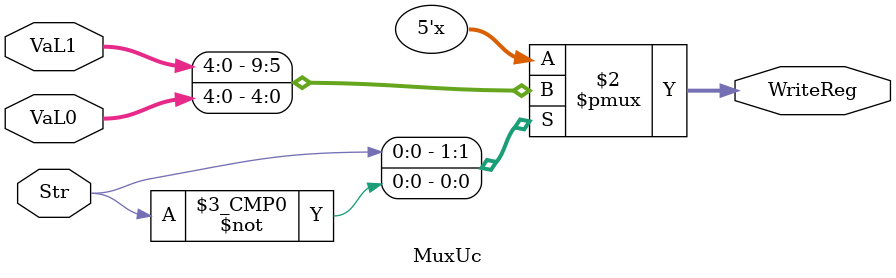
<source format=v>
`timescale 1ns/1ns

module MuxUc(

    input [4:0]VaL0,
    input [4:0]VaL1,
    input Str,
    output reg [4:0]WriteReg
);

always @*
    begin
        case(Str)
        1'b1:
            WriteReg = VaL1;
        1'b0:
            WriteReg = VaL0;
        endcase
    end
endmodule

</source>
